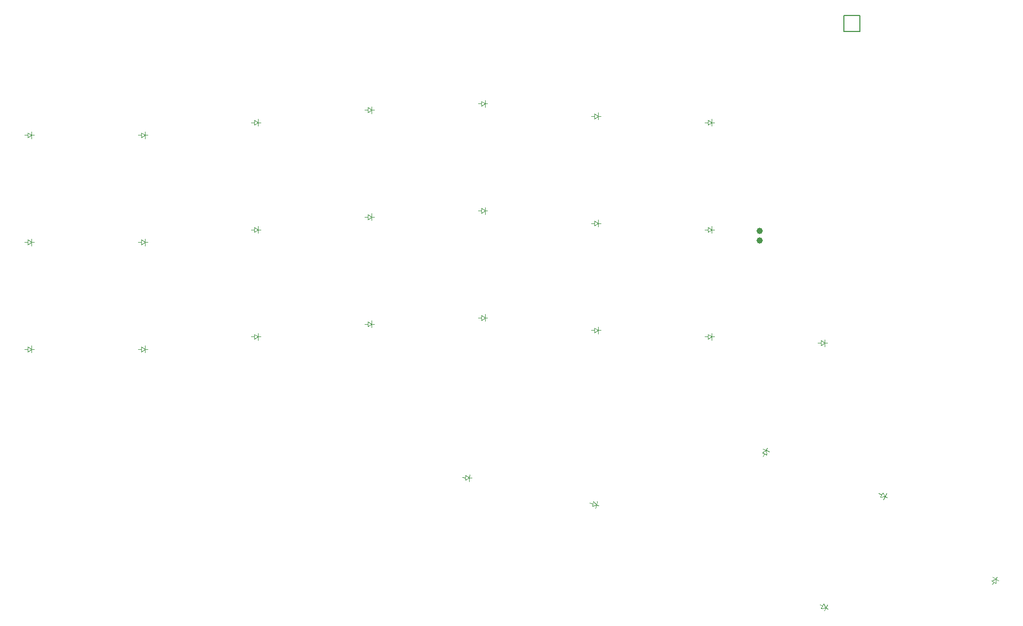
<source format=gbr>
%TF.GenerationSoftware,KiCad,Pcbnew,6.0.7*%
%TF.CreationDate,2022-09-14T22:19:13-04:00*%
%TF.ProjectId,flutter_v2_wren,666c7574-7465-4725-9f76-325f7772656e,v1.0.0*%
%TF.SameCoordinates,Original*%
%TF.FileFunction,Legend,Bot*%
%TF.FilePolarity,Positive*%
%FSLAX46Y46*%
G04 Gerber Fmt 4.6, Leading zero omitted, Abs format (unit mm)*
G04 Created by KiCad (PCBNEW 6.0.7) date 2022-09-14 22:19:13*
%MOMM*%
%LPD*%
G01*
G04 APERTURE LIST*
%ADD10C,0.100000*%
%ADD11C,0.150000*%
%ADD12C,1.000000*%
G04 APERTURE END LIST*
D10*
%TO.C,D10*%
X59750000Y-2600000D02*
X60350000Y-3000000D01*
X60350000Y-3000000D02*
X59750000Y-3400000D01*
X59750000Y-3000000D02*
X59250000Y-3000000D01*
X60350000Y-3000000D02*
X60350000Y-2450000D01*
X60350000Y-3000000D02*
X60350000Y-3550000D01*
X59750000Y-3400000D02*
X59750000Y-2600000D01*
X60750000Y-3000000D02*
X60350000Y-3000000D01*
%TO.C,D13*%
X78350000Y-2000000D02*
X78350000Y-1450000D01*
X78350000Y-2000000D02*
X78350000Y-2550000D01*
X77750000Y-1600000D02*
X78350000Y-2000000D01*
X78350000Y-2000000D02*
X77750000Y-2400000D01*
X77750000Y-2400000D02*
X77750000Y-1600000D01*
X78750000Y-2000000D02*
X78350000Y-2000000D01*
X77750000Y-2000000D02*
X77250000Y-2000000D01*
%TO.C,D25*%
X159463343Y-43464461D02*
X159472027Y-44185519D01*
X159463343Y-43464461D02*
X159002074Y-43164910D01*
X159136559Y-43967664D02*
X158864240Y-44386999D01*
X159472027Y-44185519D02*
X158801091Y-43749808D01*
X159681198Y-43128993D02*
X159463343Y-43464461D01*
X158801091Y-43749808D02*
X159463343Y-43464461D01*
X159463343Y-43464461D02*
X159924611Y-43764013D01*
%TO.C,D26*%
X132750000Y-6000000D02*
X132350000Y-6000000D01*
X131750000Y-5600000D02*
X132350000Y-6000000D01*
X131750000Y-6000000D02*
X131250000Y-6000000D01*
X131750000Y-6400000D02*
X131750000Y-5600000D01*
X132350000Y-6000000D02*
X132350000Y-6550000D01*
X132350000Y-6000000D02*
X132350000Y-5450000D01*
X132350000Y-6000000D02*
X131750000Y-6400000D01*
%TO.C,D2*%
X5750000Y9600000D02*
X5750000Y10400000D01*
X6750000Y10000000D02*
X6350000Y10000000D01*
X6350000Y10000000D02*
X5750000Y9600000D01*
X5750000Y10000000D02*
X5250000Y10000000D01*
X6350000Y10000000D02*
X6350000Y10550000D01*
X5750000Y10400000D02*
X6350000Y10000000D01*
X6350000Y10000000D02*
X6350000Y9450000D01*
%TO.C,D21*%
X114350000Y29000000D02*
X114350000Y29550000D01*
X113750000Y28600000D02*
X113750000Y29400000D01*
X113750000Y29400000D02*
X114350000Y29000000D01*
X114350000Y29000000D02*
X114350000Y28450000D01*
X114350000Y29000000D02*
X113750000Y28600000D01*
X113750000Y29000000D02*
X113250000Y29000000D01*
X114750000Y29000000D02*
X114350000Y29000000D01*
%TO.C,D14*%
X77750000Y14600000D02*
X77750000Y15400000D01*
X78350000Y15000000D02*
X77750000Y14600000D01*
X78350000Y15000000D02*
X78350000Y14450000D01*
X77750000Y15000000D02*
X77250000Y15000000D01*
X78350000Y15000000D02*
X78350000Y15550000D01*
X77750000Y15400000D02*
X78350000Y15000000D01*
X78750000Y15000000D02*
X78350000Y15000000D01*
%TO.C,D3*%
X6350000Y27000000D02*
X6350000Y27550000D01*
X6350000Y27000000D02*
X6350000Y26450000D01*
X5750000Y26600000D02*
X5750000Y27400000D01*
X6750000Y27000000D02*
X6350000Y27000000D01*
X5750000Y27400000D02*
X6350000Y27000000D01*
X6350000Y27000000D02*
X5750000Y26600000D01*
X5750000Y27000000D02*
X5250000Y27000000D01*
%TO.C,D23*%
X132829474Y-48234736D02*
X132476295Y-48046947D01*
X132134315Y-47412085D02*
X132476295Y-48046947D01*
X132476295Y-48046947D02*
X132734504Y-47561326D01*
X131946526Y-47765264D02*
X131505052Y-47530528D01*
X131758737Y-48118443D02*
X132134315Y-47412085D01*
X132476295Y-48046947D02*
X131758737Y-48118443D01*
X132476295Y-48046947D02*
X132218085Y-48532568D01*
%TO.C,D8*%
X42350000Y12000000D02*
X41750000Y11600000D01*
X41750000Y12400000D02*
X42350000Y12000000D01*
X42750000Y12000000D02*
X42350000Y12000000D01*
X41750000Y11600000D02*
X41750000Y12400000D01*
X41750000Y12000000D02*
X41250000Y12000000D01*
X42350000Y12000000D02*
X42350000Y12550000D01*
X42350000Y12000000D02*
X42350000Y11450000D01*
%TO.C,D9*%
X41750000Y28600000D02*
X41750000Y29400000D01*
X42350000Y29000000D02*
X41750000Y28600000D01*
X42750000Y29000000D02*
X42350000Y29000000D01*
X42350000Y29000000D02*
X42350000Y29550000D01*
X41750000Y29000000D02*
X41250000Y29000000D01*
X42350000Y29000000D02*
X42350000Y28450000D01*
X41750000Y29400000D02*
X42350000Y29000000D01*
%TO.C,D24*%
X141865727Y-30387995D02*
X141607517Y-30873616D01*
X141148169Y-30459491D02*
X141523747Y-29753133D01*
X141523747Y-29753133D02*
X141865727Y-30387995D01*
X142218906Y-30575784D02*
X141865727Y-30387995D01*
X141335958Y-30106312D02*
X140894484Y-29871576D01*
X141865727Y-30387995D02*
X142123936Y-29902374D01*
X141865727Y-30387995D02*
X141148169Y-30459491D01*
%TO.C,D5*%
X24750000Y10000000D02*
X24350000Y10000000D01*
X24350000Y10000000D02*
X24350000Y10550000D01*
X23750000Y9600000D02*
X23750000Y10400000D01*
X23750000Y10400000D02*
X24350000Y10000000D01*
X24350000Y10000000D02*
X23750000Y9600000D01*
X24350000Y10000000D02*
X24350000Y9450000D01*
X23750000Y10000000D02*
X23250000Y10000000D01*
%TO.C,D7*%
X41750000Y-5000000D02*
X41250000Y-5000000D01*
X41750000Y-5400000D02*
X41750000Y-4600000D01*
X41750000Y-4600000D02*
X42350000Y-5000000D01*
X42750000Y-5000000D02*
X42350000Y-5000000D01*
X42350000Y-5000000D02*
X41750000Y-5400000D01*
X42350000Y-5000000D02*
X42350000Y-5550000D01*
X42350000Y-5000000D02*
X42350000Y-4450000D01*
%TO.C,D16*%
X95750000Y-3600000D02*
X96350000Y-4000000D01*
X95750000Y-4400000D02*
X95750000Y-3600000D01*
X95750000Y-4000000D02*
X95250000Y-4000000D01*
X96750000Y-4000000D02*
X96350000Y-4000000D01*
X96350000Y-4000000D02*
X96350000Y-3450000D01*
X96350000Y-4000000D02*
X95750000Y-4400000D01*
X96350000Y-4000000D02*
X96350000Y-4550000D01*
%TO.C,D6*%
X23750000Y26600000D02*
X23750000Y27400000D01*
X24750000Y27000000D02*
X24350000Y27000000D01*
X24350000Y27000000D02*
X24350000Y27550000D01*
X23750000Y27000000D02*
X23250000Y27000000D01*
X24350000Y27000000D02*
X24350000Y26450000D01*
X24350000Y27000000D02*
X23750000Y26600000D01*
X23750000Y27400000D02*
X24350000Y27000000D01*
%TO.C,D19*%
X114350000Y-5000000D02*
X114350000Y-5550000D01*
X113750000Y-5000000D02*
X113250000Y-5000000D01*
X114750000Y-5000000D02*
X114350000Y-5000000D01*
X114350000Y-5000000D02*
X113750000Y-5400000D01*
X113750000Y-4600000D02*
X114350000Y-5000000D01*
X114350000Y-5000000D02*
X114350000Y-4450000D01*
X113750000Y-5400000D02*
X113750000Y-4600000D01*
D11*
%TO.C,MCU1*%
X135350000Y45990000D02*
X135350000Y43450000D01*
X135350000Y43450000D02*
X137890000Y43450000D01*
X135350000Y45990000D02*
X137890000Y45990000D01*
X137890000Y43450000D02*
X137890000Y45990000D01*
D10*
%TO.C,D1*%
X6350000Y-7000000D02*
X6350000Y-6450000D01*
X5750000Y-7000000D02*
X5250000Y-7000000D01*
X6350000Y-7000000D02*
X6350000Y-7550000D01*
X6350000Y-7000000D02*
X5750000Y-7400000D01*
X5750000Y-6600000D02*
X6350000Y-7000000D01*
X6750000Y-7000000D02*
X6350000Y-7000000D01*
X5750000Y-7400000D02*
X5750000Y-6600000D01*
%TO.C,D17*%
X95750000Y13000000D02*
X95250000Y13000000D01*
X95750000Y13400000D02*
X96350000Y13000000D01*
X96750000Y13000000D02*
X96350000Y13000000D01*
X95750000Y12600000D02*
X95750000Y13400000D01*
X96350000Y13000000D02*
X96350000Y12450000D01*
X96350000Y13000000D02*
X96350000Y13550000D01*
X96350000Y13000000D02*
X95750000Y12600000D01*
%TO.C,D15*%
X78350000Y32000000D02*
X77750000Y31600000D01*
X78750000Y32000000D02*
X78350000Y32000000D01*
X78350000Y32000000D02*
X78350000Y31450000D01*
X77750000Y31600000D02*
X77750000Y32400000D01*
X77750000Y32000000D02*
X77250000Y32000000D01*
X77750000Y32400000D02*
X78350000Y32000000D01*
X78350000Y32000000D02*
X78350000Y32550000D01*
%TO.C,D28*%
X95550388Y-31159953D02*
X96040431Y-31688968D01*
X96040431Y-31688968D02*
X96168826Y-31154164D01*
X96040431Y-31688968D02*
X95912037Y-32223771D01*
X95363631Y-31937849D02*
X95550388Y-31159953D01*
X96040431Y-31688968D02*
X95363631Y-31937849D01*
X95457010Y-31548901D02*
X94970825Y-31432178D01*
X96429379Y-31782346D02*
X96040431Y-31688968D01*
%TO.C,D4*%
X24750000Y-7000000D02*
X24350000Y-7000000D01*
X23750000Y-6600000D02*
X24350000Y-7000000D01*
X24350000Y-7000000D02*
X24350000Y-7550000D01*
X24350000Y-7000000D02*
X24350000Y-6450000D01*
X24350000Y-7000000D02*
X23750000Y-7400000D01*
X23750000Y-7400000D02*
X23750000Y-6600000D01*
X23750000Y-7000000D02*
X23250000Y-7000000D01*
%TO.C,D22*%
X123098972Y-23756965D02*
X122368136Y-23431576D01*
X122977596Y-23046143D02*
X122475146Y-22822438D01*
X122368136Y-23431576D02*
X122977596Y-23046143D01*
X122733554Y-23594270D02*
X122530186Y-24051043D01*
X122977596Y-23046143D02*
X123480046Y-23269848D01*
X122977596Y-23046143D02*
X123098972Y-23756965D01*
X123140290Y-22680725D02*
X122977596Y-23046143D01*
%TO.C,D27*%
X75275601Y-26985022D02*
X75846236Y-27425902D01*
X75846236Y-27425902D02*
X75807870Y-27974562D01*
X75219795Y-27783074D02*
X75275601Y-26985022D01*
X76245262Y-27453804D02*
X75846236Y-27425902D01*
X75846236Y-27425902D02*
X75219795Y-27783074D01*
X75247698Y-27384048D02*
X74748916Y-27349170D01*
X75846236Y-27425902D02*
X75884602Y-26877242D01*
%TO.C,D12*%
X59750000Y30600000D02*
X59750000Y31400000D01*
X60350000Y31000000D02*
X59750000Y30600000D01*
X59750000Y31400000D02*
X60350000Y31000000D01*
X60350000Y31000000D02*
X60350000Y30450000D01*
X60750000Y31000000D02*
X60350000Y31000000D01*
X60350000Y31000000D02*
X60350000Y31550000D01*
X59750000Y31000000D02*
X59250000Y31000000D01*
%TO.C,D20*%
X114350000Y12000000D02*
X114350000Y11450000D01*
X113750000Y12400000D02*
X114350000Y12000000D01*
X114350000Y12000000D02*
X114350000Y12550000D01*
X114350000Y12000000D02*
X113750000Y11600000D01*
X113750000Y11600000D02*
X113750000Y12400000D01*
X113750000Y12000000D02*
X113250000Y12000000D01*
X114750000Y12000000D02*
X114350000Y12000000D01*
%TO.C,D18*%
X95750000Y29600000D02*
X95750000Y30400000D01*
X96350000Y30000000D02*
X96350000Y30550000D01*
X96750000Y30000000D02*
X96350000Y30000000D01*
X96350000Y30000000D02*
X96350000Y29450000D01*
X95750000Y30000000D02*
X95250000Y30000000D01*
X96350000Y30000000D02*
X95750000Y29600000D01*
X95750000Y30400000D02*
X96350000Y30000000D01*
%TO.C,D11*%
X60350000Y14000000D02*
X59750000Y13600000D01*
X60350000Y14000000D02*
X60350000Y13450000D01*
X59750000Y14400000D02*
X60350000Y14000000D01*
X60350000Y14000000D02*
X60350000Y14550000D01*
X59750000Y13600000D02*
X59750000Y14400000D01*
X59750000Y14000000D02*
X59250000Y14000000D01*
X60750000Y14000000D02*
X60350000Y14000000D01*
%TD*%
D12*
%TO.C,*%
X122000000Y11750000D03*
X122000000Y10250000D03*
%TD*%
M02*

</source>
